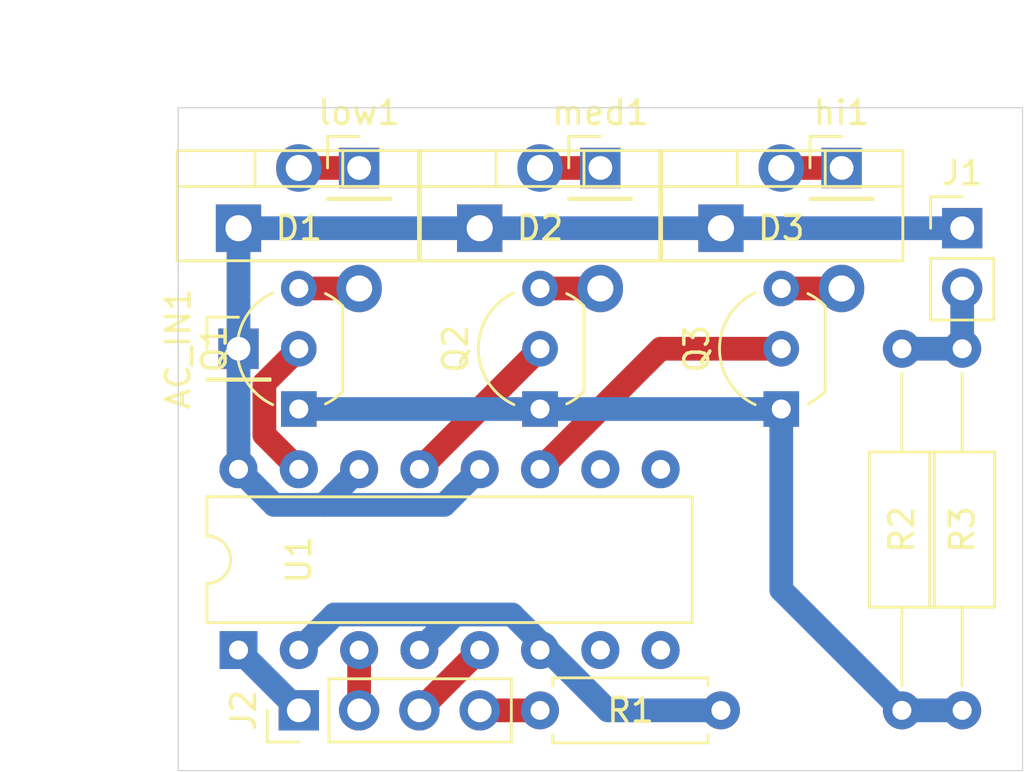
<source format=kicad_pcb>
(kicad_pcb (version 20171130) (host pcbnew 5.1.10)

  (general
    (thickness 1.6)
    (drawings 6)
    (tracks 36)
    (zones 0)
    (modules 16)
    (nets 18)
  )

  (page USLetter)
  (layers
    (0 F.Cu signal)
    (31 B.Cu signal)
    (32 B.Adhes user hide)
    (33 F.Adhes user hide)
    (34 B.Paste user hide)
    (35 F.Paste user hide)
    (36 B.SilkS user hide)
    (37 F.SilkS user)
    (38 B.Mask user hide)
    (39 F.Mask user hide)
    (40 Dwgs.User user)
    (41 Cmts.User user hide)
    (42 Eco1.User user hide)
    (43 Eco2.User user hide)
    (44 Edge.Cuts user)
    (45 Margin user hide)
    (46 B.CrtYd user hide)
    (47 F.CrtYd user hide)
    (48 B.Fab user hide)
    (49 F.Fab user hide)
  )

  (setup
    (last_trace_width 1)
    (user_trace_width 1)
    (trace_clearance 0.2)
    (zone_clearance 0.508)
    (zone_45_only no)
    (trace_min 0.2)
    (via_size 0.8)
    (via_drill 0.4)
    (via_min_size 0.4)
    (via_min_drill 0.3)
    (uvia_size 0.3)
    (uvia_drill 0.1)
    (uvias_allowed no)
    (uvia_min_size 0.2)
    (uvia_min_drill 0.1)
    (edge_width 0.05)
    (segment_width 0.2)
    (pcb_text_width 0.3)
    (pcb_text_size 1.5 1.5)
    (mod_edge_width 0.12)
    (mod_text_size 1 1)
    (mod_text_width 0.15)
    (pad_size 1.524 1.524)
    (pad_drill 0.762)
    (pad_to_mask_clearance 0)
    (aux_axis_origin 0 0)
    (visible_elements FFFFFF7F)
    (pcbplotparams
      (layerselection 0x010fc_ffffffff)
      (usegerberextensions false)
      (usegerberattributes true)
      (usegerberadvancedattributes true)
      (creategerberjobfile true)
      (excludeedgelayer true)
      (linewidth 0.100000)
      (plotframeref false)
      (viasonmask false)
      (mode 1)
      (useauxorigin false)
      (hpglpennumber 1)
      (hpglpenspeed 20)
      (hpglpendiameter 15.000000)
      (psnegative false)
      (psa4output false)
      (plotreference true)
      (plotvalue true)
      (plotinvisibletext false)
      (padsonsilk false)
      (subtractmaskfromsilk false)
      (outputformat 4)
      (mirror false)
      (drillshape 0)
      (scaleselection 1)
      (outputdirectory ""))
  )

  (net 0 "")
  (net 1 "Net-(AC_IN1-Pad1)")
  (net 2 "Net-(D1-Pad3)")
  (net 3 "Net-(D1-Pad2)")
  (net 4 "Net-(D2-Pad3)")
  (net 5 "Net-(D2-Pad2)")
  (net 6 "Net-(D3-Pad3)")
  (net 7 "Net-(D3-Pad2)")
  (net 8 "Net-(J1-Pad2)")
  (net 9 "Net-(J2-Pad4)")
  (net 10 "Net-(J2-Pad3)")
  (net 11 "Net-(J2-Pad2)")
  (net 12 "Net-(J2-Pad1)")
  (net 13 "Net-(Q1-Pad1)")
  (net 14 "Net-(Q1-Pad2)")
  (net 15 "Net-(Q2-Pad2)")
  (net 16 "Net-(Q3-Pad2)")
  (net 17 "Net-(R1-Pad1)")

  (net_class Default "This is the default net class."
    (clearance 0.2)
    (trace_width 0.25)
    (via_dia 0.8)
    (via_drill 0.4)
    (uvia_dia 0.3)
    (uvia_drill 0.1)
    (add_net "Net-(AC_IN1-Pad1)")
    (add_net "Net-(D1-Pad2)")
    (add_net "Net-(D1-Pad3)")
    (add_net "Net-(D2-Pad2)")
    (add_net "Net-(D2-Pad3)")
    (add_net "Net-(D3-Pad2)")
    (add_net "Net-(D3-Pad3)")
    (add_net "Net-(J1-Pad2)")
    (add_net "Net-(J2-Pad1)")
    (add_net "Net-(J2-Pad2)")
    (add_net "Net-(J2-Pad3)")
    (add_net "Net-(J2-Pad4)")
    (add_net "Net-(Q1-Pad1)")
    (add_net "Net-(Q1-Pad2)")
    (add_net "Net-(Q2-Pad2)")
    (add_net "Net-(Q3-Pad2)")
    (add_net "Net-(R1-Pad1)")
  )

  (module fanspeed:TO-220-3_Offset (layer F.Cu) (tedit 6182D313) (tstamp 6182DAC4)
    (at 134.62 81.28)
    (descr "TO-220-3, Vertical, RM 2.54mm, see https://www.vishay.com/docs/66542/to-220-1.pdf")
    (tags "TO-220-3 Vertical RM 2.54mm")
    (path /6181848D)
    (fp_text reference D3 (at 2.54 0) (layer F.SilkS)
      (effects (font (size 1 1) (thickness 0.15)))
    )
    (fp_text value Q_TRIAC_A1A2G (at 2.54 2.5) (layer F.Fab)
      (effects (font (size 1 1) (thickness 0.15)))
    )
    (fp_text user %R (at 2.54 -4.27) (layer F.Fab)
      (effects (font (size 1 1) (thickness 0.15)))
    )
    (fp_line (start -2.46 -3.15) (end -2.46 1.25) (layer F.Fab) (width 0.1))
    (fp_line (start -2.46 1.25) (end 7.54 1.25) (layer F.Fab) (width 0.1))
    (fp_line (start 7.54 1.25) (end 7.54 -3.15) (layer F.Fab) (width 0.1))
    (fp_line (start 7.54 -3.15) (end -2.46 -3.15) (layer F.Fab) (width 0.1))
    (fp_line (start -2.46 -1.88) (end 7.54 -1.88) (layer F.Fab) (width 0.1))
    (fp_line (start 0.69 -3.15) (end 0.69 -1.88) (layer F.Fab) (width 0.1))
    (fp_line (start 4.39 -3.15) (end 4.39 -1.88) (layer F.Fab) (width 0.1))
    (fp_line (start -2.58 -3.27) (end 7.66 -3.27) (layer F.SilkS) (width 0.12))
    (fp_line (start -2.58 1.371) (end 7.66 1.371) (layer F.SilkS) (width 0.12))
    (fp_line (start -2.58 -3.27) (end -2.58 1.371) (layer F.SilkS) (width 0.12))
    (fp_line (start 7.66 -3.27) (end 7.66 1.371) (layer F.SilkS) (width 0.12))
    (fp_line (start -2.58 -1.76) (end 7.66 -1.76) (layer F.SilkS) (width 0.12))
    (fp_line (start 0.69 -3.27) (end 0.69 -1.76) (layer F.SilkS) (width 0.12))
    (fp_line (start 4.391 -3.27) (end 4.391 -1.76) (layer F.SilkS) (width 0.12))
    (fp_line (start -2.71 -3.4) (end -2.71 1.51) (layer F.CrtYd) (width 0.05))
    (fp_line (start -2.71 1.51) (end 7.79 1.51) (layer F.CrtYd) (width 0.05))
    (fp_line (start 7.79 1.51) (end 7.79 -3.4) (layer F.CrtYd) (width 0.05))
    (fp_line (start 7.79 -3.4) (end -2.71 -3.4) (layer F.CrtYd) (width 0.05))
    (pad 1 thru_hole rect (at 0 0) (size 1.905 2) (drill 1.1) (layers *.Cu *.Mask)
      (net 1 "Net-(AC_IN1-Pad1)"))
    (pad 2 thru_hole oval (at 2.54 -2.54) (size 1.905 2) (drill 1.1) (layers *.Cu *.Mask)
      (net 7 "Net-(D3-Pad2)"))
    (pad 3 thru_hole oval (at 5.08 2.54) (size 1.905 2) (drill 1.1) (layers *.Cu *.Mask)
      (net 6 "Net-(D3-Pad3)"))
    (model ${KISYS3DMOD}/Package_TO_SOT_THT.3dshapes/TO-220-3_Vertical.wrl
      (at (xyz 0 0 0))
      (scale (xyz 1 1 1))
      (rotate (xyz 0 0 0))
    )
  )

  (module fanspeed:TO-220-3_Offset (layer F.Cu) (tedit 6182D313) (tstamp 6182DAAA)
    (at 124.46 81.28)
    (descr "TO-220-3, Vertical, RM 2.54mm, see https://www.vishay.com/docs/66542/to-220-1.pdf")
    (tags "TO-220-3 Vertical RM 2.54mm")
    (path /61817D63)
    (fp_text reference D2 (at 2.54 0) (layer F.SilkS)
      (effects (font (size 1 1) (thickness 0.15)))
    )
    (fp_text value Q_TRIAC_A1A2G (at 2.54 2.5) (layer F.Fab)
      (effects (font (size 1 1) (thickness 0.15)))
    )
    (fp_text user %R (at 2.54 -4.27) (layer F.Fab)
      (effects (font (size 1 1) (thickness 0.15)))
    )
    (fp_line (start -2.46 -3.15) (end -2.46 1.25) (layer F.Fab) (width 0.1))
    (fp_line (start -2.46 1.25) (end 7.54 1.25) (layer F.Fab) (width 0.1))
    (fp_line (start 7.54 1.25) (end 7.54 -3.15) (layer F.Fab) (width 0.1))
    (fp_line (start 7.54 -3.15) (end -2.46 -3.15) (layer F.Fab) (width 0.1))
    (fp_line (start -2.46 -1.88) (end 7.54 -1.88) (layer F.Fab) (width 0.1))
    (fp_line (start 0.69 -3.15) (end 0.69 -1.88) (layer F.Fab) (width 0.1))
    (fp_line (start 4.39 -3.15) (end 4.39 -1.88) (layer F.Fab) (width 0.1))
    (fp_line (start -2.58 -3.27) (end 7.66 -3.27) (layer F.SilkS) (width 0.12))
    (fp_line (start -2.58 1.371) (end 7.66 1.371) (layer F.SilkS) (width 0.12))
    (fp_line (start -2.58 -3.27) (end -2.58 1.371) (layer F.SilkS) (width 0.12))
    (fp_line (start 7.66 -3.27) (end 7.66 1.371) (layer F.SilkS) (width 0.12))
    (fp_line (start -2.58 -1.76) (end 7.66 -1.76) (layer F.SilkS) (width 0.12))
    (fp_line (start 0.69 -3.27) (end 0.69 -1.76) (layer F.SilkS) (width 0.12))
    (fp_line (start 4.391 -3.27) (end 4.391 -1.76) (layer F.SilkS) (width 0.12))
    (fp_line (start -2.71 -3.4) (end -2.71 1.51) (layer F.CrtYd) (width 0.05))
    (fp_line (start -2.71 1.51) (end 7.79 1.51) (layer F.CrtYd) (width 0.05))
    (fp_line (start 7.79 1.51) (end 7.79 -3.4) (layer F.CrtYd) (width 0.05))
    (fp_line (start 7.79 -3.4) (end -2.71 -3.4) (layer F.CrtYd) (width 0.05))
    (pad 1 thru_hole rect (at 0 0) (size 1.905 2) (drill 1.1) (layers *.Cu *.Mask)
      (net 1 "Net-(AC_IN1-Pad1)"))
    (pad 2 thru_hole oval (at 2.54 -2.54) (size 1.905 2) (drill 1.1) (layers *.Cu *.Mask)
      (net 5 "Net-(D2-Pad2)"))
    (pad 3 thru_hole oval (at 5.08 2.54) (size 1.905 2) (drill 1.1) (layers *.Cu *.Mask)
      (net 4 "Net-(D2-Pad3)"))
    (model ${KISYS3DMOD}/Package_TO_SOT_THT.3dshapes/TO-220-3_Vertical.wrl
      (at (xyz 0 0 0))
      (scale (xyz 1 1 1))
      (rotate (xyz 0 0 0))
    )
  )

  (module fanspeed:TO-220-3_Offset (layer F.Cu) (tedit 6182D313) (tstamp 6182DA90)
    (at 114.3 81.28)
    (descr "TO-220-3, Vertical, RM 2.54mm, see https://www.vishay.com/docs/66542/to-220-1.pdf")
    (tags "TO-220-3 Vertical RM 2.54mm")
    (path /61817822)
    (fp_text reference D1 (at 2.54 0) (layer F.SilkS)
      (effects (font (size 1 1) (thickness 0.15)))
    )
    (fp_text value Q_TRIAC_A1A2G (at 2.54 2.5) (layer F.Fab)
      (effects (font (size 1 1) (thickness 0.15)))
    )
    (fp_text user %R (at 2.54 -4.27) (layer F.Fab)
      (effects (font (size 1 1) (thickness 0.15)))
    )
    (fp_line (start -2.46 -3.15) (end -2.46 1.25) (layer F.Fab) (width 0.1))
    (fp_line (start -2.46 1.25) (end 7.54 1.25) (layer F.Fab) (width 0.1))
    (fp_line (start 7.54 1.25) (end 7.54 -3.15) (layer F.Fab) (width 0.1))
    (fp_line (start 7.54 -3.15) (end -2.46 -3.15) (layer F.Fab) (width 0.1))
    (fp_line (start -2.46 -1.88) (end 7.54 -1.88) (layer F.Fab) (width 0.1))
    (fp_line (start 0.69 -3.15) (end 0.69 -1.88) (layer F.Fab) (width 0.1))
    (fp_line (start 4.39 -3.15) (end 4.39 -1.88) (layer F.Fab) (width 0.1))
    (fp_line (start -2.58 -3.27) (end 7.66 -3.27) (layer F.SilkS) (width 0.12))
    (fp_line (start -2.58 1.371) (end 7.66 1.371) (layer F.SilkS) (width 0.12))
    (fp_line (start -2.58 -3.27) (end -2.58 1.371) (layer F.SilkS) (width 0.12))
    (fp_line (start 7.66 -3.27) (end 7.66 1.371) (layer F.SilkS) (width 0.12))
    (fp_line (start -2.58 -1.76) (end 7.66 -1.76) (layer F.SilkS) (width 0.12))
    (fp_line (start 0.69 -3.27) (end 0.69 -1.76) (layer F.SilkS) (width 0.12))
    (fp_line (start 4.391 -3.27) (end 4.391 -1.76) (layer F.SilkS) (width 0.12))
    (fp_line (start -2.71 -3.4) (end -2.71 1.51) (layer F.CrtYd) (width 0.05))
    (fp_line (start -2.71 1.51) (end 7.79 1.51) (layer F.CrtYd) (width 0.05))
    (fp_line (start 7.79 1.51) (end 7.79 -3.4) (layer F.CrtYd) (width 0.05))
    (fp_line (start 7.79 -3.4) (end -2.71 -3.4) (layer F.CrtYd) (width 0.05))
    (pad 1 thru_hole rect (at 0 0) (size 1.905 2) (drill 1.1) (layers *.Cu *.Mask)
      (net 1 "Net-(AC_IN1-Pad1)"))
    (pad 2 thru_hole oval (at 2.54 -2.54) (size 1.905 2) (drill 1.1) (layers *.Cu *.Mask)
      (net 3 "Net-(D1-Pad2)"))
    (pad 3 thru_hole oval (at 5.08 2.54) (size 1.905 2) (drill 1.1) (layers *.Cu *.Mask)
      (net 2 "Net-(D1-Pad3)"))
    (model ${KISYS3DMOD}/Package_TO_SOT_THT.3dshapes/TO-220-3_Vertical.wrl
      (at (xyz 0 0 0))
      (scale (xyz 1 1 1))
      (rotate (xyz 0 0 0))
    )
  )

  (module Package_DIP:DIP-16_W7.62mm (layer F.Cu) (tedit 5A02E8C5) (tstamp 61876C0B)
    (at 114.3 99.06 90)
    (descr "16-lead though-hole mounted DIP package, row spacing 7.62 mm (300 mils)")
    (tags "THT DIP DIL PDIP 2.54mm 7.62mm 300mil")
    (path /6181C7BD)
    (fp_text reference U1 (at 3.81 2.54 90) (layer F.SilkS)
      (effects (font (size 1 1) (thickness 0.15)))
    )
    (fp_text value PC847 (at 3.81 20.11 90) (layer F.Fab)
      (effects (font (size 1 1) (thickness 0.15)))
    )
    (fp_text user %R (at 3.81 8.89 90) (layer F.Fab)
      (effects (font (size 1 1) (thickness 0.15)))
    )
    (fp_arc (start 3.81 -1.33) (end 2.81 -1.33) (angle -180) (layer F.SilkS) (width 0.12))
    (fp_line (start 1.635 -1.27) (end 6.985 -1.27) (layer F.Fab) (width 0.1))
    (fp_line (start 6.985 -1.27) (end 6.985 19.05) (layer F.Fab) (width 0.1))
    (fp_line (start 6.985 19.05) (end 0.635 19.05) (layer F.Fab) (width 0.1))
    (fp_line (start 0.635 19.05) (end 0.635 -0.27) (layer F.Fab) (width 0.1))
    (fp_line (start 0.635 -0.27) (end 1.635 -1.27) (layer F.Fab) (width 0.1))
    (fp_line (start 2.81 -1.33) (end 1.16 -1.33) (layer F.SilkS) (width 0.12))
    (fp_line (start 1.16 -1.33) (end 1.16 19.11) (layer F.SilkS) (width 0.12))
    (fp_line (start 1.16 19.11) (end 6.46 19.11) (layer F.SilkS) (width 0.12))
    (fp_line (start 6.46 19.11) (end 6.46 -1.33) (layer F.SilkS) (width 0.12))
    (fp_line (start 6.46 -1.33) (end 4.81 -1.33) (layer F.SilkS) (width 0.12))
    (fp_line (start -1.1 -1.55) (end -1.1 19.3) (layer F.CrtYd) (width 0.05))
    (fp_line (start -1.1 19.3) (end 8.7 19.3) (layer F.CrtYd) (width 0.05))
    (fp_line (start 8.7 19.3) (end 8.7 -1.55) (layer F.CrtYd) (width 0.05))
    (fp_line (start 8.7 -1.55) (end -1.1 -1.55) (layer F.CrtYd) (width 0.05))
    (pad 16 thru_hole oval (at 7.62 0 90) (size 1.6 1.6) (drill 0.8) (layers *.Cu *.Mask)
      (net 1 "Net-(AC_IN1-Pad1)"))
    (pad 8 thru_hole oval (at 0 17.78 90) (size 1.6 1.6) (drill 0.8) (layers *.Cu *.Mask))
    (pad 15 thru_hole oval (at 7.62 2.54 90) (size 1.6 1.6) (drill 0.8) (layers *.Cu *.Mask)
      (net 14 "Net-(Q1-Pad2)"))
    (pad 7 thru_hole oval (at 0 15.24 90) (size 1.6 1.6) (drill 0.8) (layers *.Cu *.Mask))
    (pad 14 thru_hole oval (at 7.62 5.08 90) (size 1.6 1.6) (drill 0.8) (layers *.Cu *.Mask)
      (net 1 "Net-(AC_IN1-Pad1)"))
    (pad 6 thru_hole oval (at 0 12.7 90) (size 1.6 1.6) (drill 0.8) (layers *.Cu *.Mask)
      (net 17 "Net-(R1-Pad1)"))
    (pad 13 thru_hole oval (at 7.62 7.62 90) (size 1.6 1.6) (drill 0.8) (layers *.Cu *.Mask)
      (net 15 "Net-(Q2-Pad2)"))
    (pad 5 thru_hole oval (at 0 10.16 90) (size 1.6 1.6) (drill 0.8) (layers *.Cu *.Mask)
      (net 10 "Net-(J2-Pad3)"))
    (pad 12 thru_hole oval (at 7.62 10.16 90) (size 1.6 1.6) (drill 0.8) (layers *.Cu *.Mask)
      (net 1 "Net-(AC_IN1-Pad1)"))
    (pad 4 thru_hole oval (at 0 7.62 90) (size 1.6 1.6) (drill 0.8) (layers *.Cu *.Mask)
      (net 17 "Net-(R1-Pad1)"))
    (pad 11 thru_hole oval (at 7.62 12.7 90) (size 1.6 1.6) (drill 0.8) (layers *.Cu *.Mask)
      (net 16 "Net-(Q3-Pad2)"))
    (pad 3 thru_hole oval (at 0 5.08 90) (size 1.6 1.6) (drill 0.8) (layers *.Cu *.Mask)
      (net 11 "Net-(J2-Pad2)"))
    (pad 10 thru_hole oval (at 7.62 15.24 90) (size 1.6 1.6) (drill 0.8) (layers *.Cu *.Mask))
    (pad 2 thru_hole oval (at 0 2.54 90) (size 1.6 1.6) (drill 0.8) (layers *.Cu *.Mask)
      (net 17 "Net-(R1-Pad1)"))
    (pad 9 thru_hole oval (at 7.62 17.78 90) (size 1.6 1.6) (drill 0.8) (layers *.Cu *.Mask))
    (pad 1 thru_hole rect (at 0 0 90) (size 1.6 1.6) (drill 0.8) (layers *.Cu *.Mask)
      (net 12 "Net-(J2-Pad1)"))
    (model ${KISYS3DMOD}/Package_DIP.3dshapes/DIP-16_W7.62mm.wrl
      (at (xyz 0 0 0))
      (scale (xyz 1 1 1))
      (rotate (xyz 0 0 0))
    )
  )

  (module Resistor_THT:R_Axial_DIN0207_L6.3mm_D2.5mm_P15.24mm_Horizontal (layer F.Cu) (tedit 5AE5139B) (tstamp 61833674)
    (at 144.78 101.6 90)
    (descr "Resistor, Axial_DIN0207 series, Axial, Horizontal, pin pitch=15.24mm, 0.25W = 1/4W, length*diameter=6.3*2.5mm^2, http://cdn-reichelt.de/documents/datenblatt/B400/1_4W%23YAG.pdf")
    (tags "Resistor Axial_DIN0207 series Axial Horizontal pin pitch 15.24mm 0.25W = 1/4W length 6.3mm diameter 2.5mm")
    (path /61829A11)
    (fp_text reference R3 (at 7.62 0 90) (layer F.SilkS)
      (effects (font (size 1 1) (thickness 0.15)))
    )
    (fp_text value 120 (at 7.62 2.37 90) (layer F.Fab)
      (effects (font (size 1 1) (thickness 0.15)))
    )
    (fp_text user %R (at 7.62 0 90) (layer F.Fab)
      (effects (font (size 1 1) (thickness 0.15)))
    )
    (fp_line (start 4.47 -1.25) (end 4.47 1.25) (layer F.Fab) (width 0.1))
    (fp_line (start 4.47 1.25) (end 10.77 1.25) (layer F.Fab) (width 0.1))
    (fp_line (start 10.77 1.25) (end 10.77 -1.25) (layer F.Fab) (width 0.1))
    (fp_line (start 10.77 -1.25) (end 4.47 -1.25) (layer F.Fab) (width 0.1))
    (fp_line (start 0 0) (end 4.47 0) (layer F.Fab) (width 0.1))
    (fp_line (start 15.24 0) (end 10.77 0) (layer F.Fab) (width 0.1))
    (fp_line (start 4.35 -1.37) (end 4.35 1.37) (layer F.SilkS) (width 0.12))
    (fp_line (start 4.35 1.37) (end 10.89 1.37) (layer F.SilkS) (width 0.12))
    (fp_line (start 10.89 1.37) (end 10.89 -1.37) (layer F.SilkS) (width 0.12))
    (fp_line (start 10.89 -1.37) (end 4.35 -1.37) (layer F.SilkS) (width 0.12))
    (fp_line (start 1.04 0) (end 4.35 0) (layer F.SilkS) (width 0.12))
    (fp_line (start 14.2 0) (end 10.89 0) (layer F.SilkS) (width 0.12))
    (fp_line (start -1.05 -1.5) (end -1.05 1.5) (layer F.CrtYd) (width 0.05))
    (fp_line (start -1.05 1.5) (end 16.29 1.5) (layer F.CrtYd) (width 0.05))
    (fp_line (start 16.29 1.5) (end 16.29 -1.5) (layer F.CrtYd) (width 0.05))
    (fp_line (start 16.29 -1.5) (end -1.05 -1.5) (layer F.CrtYd) (width 0.05))
    (pad 2 thru_hole oval (at 15.24 0 90) (size 1.6 1.6) (drill 0.8) (layers *.Cu *.Mask)
      (net 8 "Net-(J1-Pad2)"))
    (pad 1 thru_hole circle (at 0 0 90) (size 1.6 1.6) (drill 0.8) (layers *.Cu *.Mask)
      (net 13 "Net-(Q1-Pad1)"))
    (model ${KISYS3DMOD}/Resistor_THT.3dshapes/R_Axial_DIN0207_L6.3mm_D2.5mm_P15.24mm_Horizontal.wrl
      (at (xyz 0 0 0))
      (scale (xyz 1 1 1))
      (rotate (xyz 0 0 0))
    )
  )

  (module Resistor_THT:R_Axial_DIN0207_L6.3mm_D2.5mm_P15.24mm_Horizontal (layer F.Cu) (tedit 5AE5139B) (tstamp 61876D1A)
    (at 142.24 101.6 90)
    (descr "Resistor, Axial_DIN0207 series, Axial, Horizontal, pin pitch=15.24mm, 0.25W = 1/4W, length*diameter=6.3*2.5mm^2, http://cdn-reichelt.de/documents/datenblatt/B400/1_4W%23YAG.pdf")
    (tags "Resistor Axial_DIN0207 series Axial Horizontal pin pitch 15.24mm 0.25W = 1/4W length 6.3mm diameter 2.5mm")
    (path /61843B76)
    (fp_text reference R2 (at 7.62 0 90) (layer F.SilkS)
      (effects (font (size 1 1) (thickness 0.15)))
    )
    (fp_text value 120 (at 7.62 2.37 90) (layer F.Fab)
      (effects (font (size 1 1) (thickness 0.15)))
    )
    (fp_text user %R (at 7.62 0 90) (layer F.Fab)
      (effects (font (size 1 1) (thickness 0.15)))
    )
    (fp_line (start 4.47 -1.25) (end 4.47 1.25) (layer F.Fab) (width 0.1))
    (fp_line (start 4.47 1.25) (end 10.77 1.25) (layer F.Fab) (width 0.1))
    (fp_line (start 10.77 1.25) (end 10.77 -1.25) (layer F.Fab) (width 0.1))
    (fp_line (start 10.77 -1.25) (end 4.47 -1.25) (layer F.Fab) (width 0.1))
    (fp_line (start 0 0) (end 4.47 0) (layer F.Fab) (width 0.1))
    (fp_line (start 15.24 0) (end 10.77 0) (layer F.Fab) (width 0.1))
    (fp_line (start 4.35 -1.37) (end 4.35 1.37) (layer F.SilkS) (width 0.12))
    (fp_line (start 4.35 1.37) (end 10.89 1.37) (layer F.SilkS) (width 0.12))
    (fp_line (start 10.89 1.37) (end 10.89 -1.37) (layer F.SilkS) (width 0.12))
    (fp_line (start 10.89 -1.37) (end 4.35 -1.37) (layer F.SilkS) (width 0.12))
    (fp_line (start 1.04 0) (end 4.35 0) (layer F.SilkS) (width 0.12))
    (fp_line (start 14.2 0) (end 10.89 0) (layer F.SilkS) (width 0.12))
    (fp_line (start -1.05 -1.5) (end -1.05 1.5) (layer F.CrtYd) (width 0.05))
    (fp_line (start -1.05 1.5) (end 16.29 1.5) (layer F.CrtYd) (width 0.05))
    (fp_line (start 16.29 1.5) (end 16.29 -1.5) (layer F.CrtYd) (width 0.05))
    (fp_line (start 16.29 -1.5) (end -1.05 -1.5) (layer F.CrtYd) (width 0.05))
    (pad 2 thru_hole oval (at 15.24 0 90) (size 1.6 1.6) (drill 0.8) (layers *.Cu *.Mask)
      (net 8 "Net-(J1-Pad2)"))
    (pad 1 thru_hole circle (at 0 0 90) (size 1.6 1.6) (drill 0.8) (layers *.Cu *.Mask)
      (net 13 "Net-(Q1-Pad1)"))
    (model ${KISYS3DMOD}/Resistor_THT.3dshapes/R_Axial_DIN0207_L6.3mm_D2.5mm_P15.24mm_Horizontal.wrl
      (at (xyz 0 0 0))
      (scale (xyz 1 1 1))
      (rotate (xyz 0 0 0))
    )
  )

  (module Resistor_THT:R_Axial_DIN0207_L6.3mm_D2.5mm_P7.62mm_Horizontal (layer F.Cu) (tedit 5AE5139B) (tstamp 6182DB84)
    (at 134.62 101.6 180)
    (descr "Resistor, Axial_DIN0207 series, Axial, Horizontal, pin pitch=7.62mm, 0.25W = 1/4W, length*diameter=6.3*2.5mm^2, http://cdn-reichelt.de/documents/datenblatt/B400/1_4W%23YAG.pdf")
    (tags "Resistor Axial_DIN0207 series Axial Horizontal pin pitch 7.62mm 0.25W = 1/4W length 6.3mm diameter 2.5mm")
    (path /61824C71)
    (fp_text reference R1 (at 3.81 0) (layer F.SilkS)
      (effects (font (size 1 1) (thickness 0.15)))
    )
    (fp_text value 2.2k (at 3.81 2.37) (layer F.Fab)
      (effects (font (size 1 1) (thickness 0.15)))
    )
    (fp_text user %R (at 3.81 0) (layer F.Fab)
      (effects (font (size 1 1) (thickness 0.15)))
    )
    (fp_line (start 0.66 -1.25) (end 0.66 1.25) (layer F.Fab) (width 0.1))
    (fp_line (start 0.66 1.25) (end 6.96 1.25) (layer F.Fab) (width 0.1))
    (fp_line (start 6.96 1.25) (end 6.96 -1.25) (layer F.Fab) (width 0.1))
    (fp_line (start 6.96 -1.25) (end 0.66 -1.25) (layer F.Fab) (width 0.1))
    (fp_line (start 0 0) (end 0.66 0) (layer F.Fab) (width 0.1))
    (fp_line (start 7.62 0) (end 6.96 0) (layer F.Fab) (width 0.1))
    (fp_line (start 0.54 -1.04) (end 0.54 -1.37) (layer F.SilkS) (width 0.12))
    (fp_line (start 0.54 -1.37) (end 7.08 -1.37) (layer F.SilkS) (width 0.12))
    (fp_line (start 7.08 -1.37) (end 7.08 -1.04) (layer F.SilkS) (width 0.12))
    (fp_line (start 0.54 1.04) (end 0.54 1.37) (layer F.SilkS) (width 0.12))
    (fp_line (start 0.54 1.37) (end 7.08 1.37) (layer F.SilkS) (width 0.12))
    (fp_line (start 7.08 1.37) (end 7.08 1.04) (layer F.SilkS) (width 0.12))
    (fp_line (start -1.05 -1.5) (end -1.05 1.5) (layer F.CrtYd) (width 0.05))
    (fp_line (start -1.05 1.5) (end 8.67 1.5) (layer F.CrtYd) (width 0.05))
    (fp_line (start 8.67 1.5) (end 8.67 -1.5) (layer F.CrtYd) (width 0.05))
    (fp_line (start 8.67 -1.5) (end -1.05 -1.5) (layer F.CrtYd) (width 0.05))
    (pad 2 thru_hole oval (at 7.62 0 180) (size 1.6 1.6) (drill 0.8) (layers *.Cu *.Mask)
      (net 9 "Net-(J2-Pad4)"))
    (pad 1 thru_hole circle (at 0 0 180) (size 1.6 1.6) (drill 0.8) (layers *.Cu *.Mask)
      (net 17 "Net-(R1-Pad1)"))
    (model ${KISYS3DMOD}/Resistor_THT.3dshapes/R_Axial_DIN0207_L6.3mm_D2.5mm_P7.62mm_Horizontal.wrl
      (at (xyz 0 0 0))
      (scale (xyz 1 1 1))
      (rotate (xyz 0 0 0))
    )
  )

  (module Package_TO_SOT_THT:TO-92_Inline_Wide (layer F.Cu) (tedit 5A02FF81) (tstamp 6182DB6D)
    (at 137.16 88.9 90)
    (descr "TO-92 leads in-line, wide, drill 0.75mm (see NXP sot054_po.pdf)")
    (tags "to-92 sc-43 sc-43a sot54 PA33 transistor")
    (path /61838231)
    (fp_text reference Q3 (at 2.54 -3.56 90) (layer F.SilkS)
      (effects (font (size 1 1) (thickness 0.15)))
    )
    (fp_text value 2N3904 (at 2.54 2.79 90) (layer F.Fab)
      (effects (font (size 1 1) (thickness 0.15)))
    )
    (fp_arc (start 2.54 0) (end 4.34 1.85) (angle -20) (layer F.SilkS) (width 0.12))
    (fp_arc (start 2.54 0) (end 2.54 -2.48) (angle -135) (layer F.Fab) (width 0.1))
    (fp_arc (start 2.54 0) (end 2.54 -2.48) (angle 135) (layer F.Fab) (width 0.1))
    (fp_arc (start 2.54 0) (end 2.54 -2.6) (angle 65) (layer F.SilkS) (width 0.12))
    (fp_arc (start 2.54 0) (end 2.54 -2.6) (angle -65) (layer F.SilkS) (width 0.12))
    (fp_arc (start 2.54 0) (end 0.74 1.85) (angle 20) (layer F.SilkS) (width 0.12))
    (fp_text user %R (at 2.54 0 90) (layer F.Fab)
      (effects (font (size 1 1) (thickness 0.15)))
    )
    (fp_line (start 0.74 1.85) (end 4.34 1.85) (layer F.SilkS) (width 0.12))
    (fp_line (start 0.8 1.75) (end 4.3 1.75) (layer F.Fab) (width 0.1))
    (fp_line (start -1.01 -2.73) (end 6.09 -2.73) (layer F.CrtYd) (width 0.05))
    (fp_line (start -1.01 -2.73) (end -1.01 2.01) (layer F.CrtYd) (width 0.05))
    (fp_line (start 6.09 2.01) (end 6.09 -2.73) (layer F.CrtYd) (width 0.05))
    (fp_line (start 6.09 2.01) (end -1.01 2.01) (layer F.CrtYd) (width 0.05))
    (pad 1 thru_hole rect (at 0 0 90) (size 1.5 1.5) (drill 0.8) (layers *.Cu *.Mask)
      (net 13 "Net-(Q1-Pad1)"))
    (pad 3 thru_hole circle (at 5.08 0 90) (size 1.5 1.5) (drill 0.8) (layers *.Cu *.Mask)
      (net 6 "Net-(D3-Pad3)"))
    (pad 2 thru_hole circle (at 2.54 0 90) (size 1.5 1.5) (drill 0.8) (layers *.Cu *.Mask)
      (net 16 "Net-(Q3-Pad2)"))
    (model ${KISYS3DMOD}/Package_TO_SOT_THT.3dshapes/TO-92_Inline_Wide.wrl
      (at (xyz 0 0 0))
      (scale (xyz 1 1 1))
      (rotate (xyz 0 0 0))
    )
  )

  (module Package_TO_SOT_THT:TO-92_Inline_Wide (layer F.Cu) (tedit 5A02FF81) (tstamp 6182DB59)
    (at 127 88.9 90)
    (descr "TO-92 leads in-line, wide, drill 0.75mm (see NXP sot054_po.pdf)")
    (tags "to-92 sc-43 sc-43a sot54 PA33 transistor")
    (path /6183756F)
    (fp_text reference Q2 (at 2.54 -3.56 90) (layer F.SilkS)
      (effects (font (size 1 1) (thickness 0.15)))
    )
    (fp_text value 2N3904 (at 2.54 2.79 90) (layer F.Fab)
      (effects (font (size 1 1) (thickness 0.15)))
    )
    (fp_arc (start 2.54 0) (end 4.34 1.85) (angle -20) (layer F.SilkS) (width 0.12))
    (fp_arc (start 2.54 0) (end 2.54 -2.48) (angle -135) (layer F.Fab) (width 0.1))
    (fp_arc (start 2.54 0) (end 2.54 -2.48) (angle 135) (layer F.Fab) (width 0.1))
    (fp_arc (start 2.54 0) (end 2.54 -2.6) (angle 65) (layer F.SilkS) (width 0.12))
    (fp_arc (start 2.54 0) (end 2.54 -2.6) (angle -65) (layer F.SilkS) (width 0.12))
    (fp_arc (start 2.54 0) (end 0.74 1.85) (angle 20) (layer F.SilkS) (width 0.12))
    (fp_text user %R (at 2.54 0 90) (layer F.Fab)
      (effects (font (size 1 1) (thickness 0.15)))
    )
    (fp_line (start 0.74 1.85) (end 4.34 1.85) (layer F.SilkS) (width 0.12))
    (fp_line (start 0.8 1.75) (end 4.3 1.75) (layer F.Fab) (width 0.1))
    (fp_line (start -1.01 -2.73) (end 6.09 -2.73) (layer F.CrtYd) (width 0.05))
    (fp_line (start -1.01 -2.73) (end -1.01 2.01) (layer F.CrtYd) (width 0.05))
    (fp_line (start 6.09 2.01) (end 6.09 -2.73) (layer F.CrtYd) (width 0.05))
    (fp_line (start 6.09 2.01) (end -1.01 2.01) (layer F.CrtYd) (width 0.05))
    (pad 1 thru_hole rect (at 0 0 90) (size 1.5 1.5) (drill 0.8) (layers *.Cu *.Mask)
      (net 13 "Net-(Q1-Pad1)"))
    (pad 3 thru_hole circle (at 5.08 0 90) (size 1.5 1.5) (drill 0.8) (layers *.Cu *.Mask)
      (net 4 "Net-(D2-Pad3)"))
    (pad 2 thru_hole circle (at 2.54 0 90) (size 1.5 1.5) (drill 0.8) (layers *.Cu *.Mask)
      (net 15 "Net-(Q2-Pad2)"))
    (model ${KISYS3DMOD}/Package_TO_SOT_THT.3dshapes/TO-92_Inline_Wide.wrl
      (at (xyz 0 0 0))
      (scale (xyz 1 1 1))
      (rotate (xyz 0 0 0))
    )
  )

  (module Package_TO_SOT_THT:TO-92_Inline_Wide (layer F.Cu) (tedit 5A02FF81) (tstamp 6182DB45)
    (at 116.84 88.9 90)
    (descr "TO-92 leads in-line, wide, drill 0.75mm (see NXP sot054_po.pdf)")
    (tags "to-92 sc-43 sc-43a sot54 PA33 transistor")
    (path /618281AA)
    (fp_text reference Q1 (at 2.54 -3.56 90) (layer F.SilkS)
      (effects (font (size 1 1) (thickness 0.15)))
    )
    (fp_text value 2N3904 (at 2.54 2.79 90) (layer F.Fab)
      (effects (font (size 1 1) (thickness 0.15)))
    )
    (fp_arc (start 2.54 0) (end 4.34 1.85) (angle -20) (layer F.SilkS) (width 0.12))
    (fp_arc (start 2.54 0) (end 2.54 -2.48) (angle -135) (layer F.Fab) (width 0.1))
    (fp_arc (start 2.54 0) (end 2.54 -2.48) (angle 135) (layer F.Fab) (width 0.1))
    (fp_arc (start 2.54 0) (end 2.54 -2.6) (angle 65) (layer F.SilkS) (width 0.12))
    (fp_arc (start 2.54 0) (end 2.54 -2.6) (angle -65) (layer F.SilkS) (width 0.12))
    (fp_arc (start 2.54 0) (end 0.74 1.85) (angle 20) (layer F.SilkS) (width 0.12))
    (fp_text user %R (at 2.54 0 90) (layer F.Fab)
      (effects (font (size 1 1) (thickness 0.15)))
    )
    (fp_line (start 0.74 1.85) (end 4.34 1.85) (layer F.SilkS) (width 0.12))
    (fp_line (start 0.8 1.75) (end 4.3 1.75) (layer F.Fab) (width 0.1))
    (fp_line (start -1.01 -2.73) (end 6.09 -2.73) (layer F.CrtYd) (width 0.05))
    (fp_line (start -1.01 -2.73) (end -1.01 2.01) (layer F.CrtYd) (width 0.05))
    (fp_line (start 6.09 2.01) (end 6.09 -2.73) (layer F.CrtYd) (width 0.05))
    (fp_line (start 6.09 2.01) (end -1.01 2.01) (layer F.CrtYd) (width 0.05))
    (pad 1 thru_hole rect (at 0 0 90) (size 1.5 1.5) (drill 0.8) (layers *.Cu *.Mask)
      (net 13 "Net-(Q1-Pad1)"))
    (pad 3 thru_hole circle (at 5.08 0 90) (size 1.5 1.5) (drill 0.8) (layers *.Cu *.Mask)
      (net 2 "Net-(D1-Pad3)"))
    (pad 2 thru_hole circle (at 2.54 0 90) (size 1.5 1.5) (drill 0.8) (layers *.Cu *.Mask)
      (net 14 "Net-(Q1-Pad2)"))
    (model ${KISYS3DMOD}/Package_TO_SOT_THT.3dshapes/TO-92_Inline_Wide.wrl
      (at (xyz 0 0 0))
      (scale (xyz 1 1 1))
      (rotate (xyz 0 0 0))
    )
  )

  (module Connector_PinHeader_2.54mm:PinHeader_1x01_P2.54mm_Vertical (layer F.Cu) (tedit 59FED5CC) (tstamp 6182DB31)
    (at 129.54 78.74)
    (descr "Through hole straight pin header, 1x01, 2.54mm pitch, single row")
    (tags "Through hole pin header THT 1x01 2.54mm single row")
    (path /61819FEC)
    (fp_text reference med1 (at 0 -2.33) (layer F.SilkS)
      (effects (font (size 1 1) (thickness 0.15)))
    )
    (fp_text value Conn_01x01_Female (at 0 2.33) (layer F.Fab)
      (effects (font (size 1 1) (thickness 0.15)))
    )
    (fp_text user %R (at 0 0 90) (layer F.Fab)
      (effects (font (size 1 1) (thickness 0.15)))
    )
    (fp_line (start -0.635 -1.27) (end 1.27 -1.27) (layer F.Fab) (width 0.1))
    (fp_line (start 1.27 -1.27) (end 1.27 1.27) (layer F.Fab) (width 0.1))
    (fp_line (start 1.27 1.27) (end -1.27 1.27) (layer F.Fab) (width 0.1))
    (fp_line (start -1.27 1.27) (end -1.27 -0.635) (layer F.Fab) (width 0.1))
    (fp_line (start -1.27 -0.635) (end -0.635 -1.27) (layer F.Fab) (width 0.1))
    (fp_line (start -1.33 1.33) (end 1.33 1.33) (layer F.SilkS) (width 0.12))
    (fp_line (start -1.33 1.27) (end -1.33 1.33) (layer F.SilkS) (width 0.12))
    (fp_line (start 1.33 1.27) (end 1.33 1.33) (layer F.SilkS) (width 0.12))
    (fp_line (start -1.33 1.27) (end 1.33 1.27) (layer F.SilkS) (width 0.12))
    (fp_line (start -1.33 0) (end -1.33 -1.33) (layer F.SilkS) (width 0.12))
    (fp_line (start -1.33 -1.33) (end 0 -1.33) (layer F.SilkS) (width 0.12))
    (fp_line (start -1.8 -1.8) (end -1.8 1.8) (layer F.CrtYd) (width 0.05))
    (fp_line (start -1.8 1.8) (end 1.8 1.8) (layer F.CrtYd) (width 0.05))
    (fp_line (start 1.8 1.8) (end 1.8 -1.8) (layer F.CrtYd) (width 0.05))
    (fp_line (start 1.8 -1.8) (end -1.8 -1.8) (layer F.CrtYd) (width 0.05))
    (pad 1 thru_hole rect (at 0 0) (size 1.7 1.7) (drill 1) (layers *.Cu *.Mask)
      (net 5 "Net-(D2-Pad2)"))
    (model ${KISYS3DMOD}/Connector_PinHeader_2.54mm.3dshapes/PinHeader_1x01_P2.54mm_Vertical.wrl
      (at (xyz 0 0 0))
      (scale (xyz 1 1 1))
      (rotate (xyz 0 0 0))
    )
  )

  (module Connector_PinHeader_2.54mm:PinHeader_1x01_P2.54mm_Vertical (layer F.Cu) (tedit 59FED5CC) (tstamp 61833C6F)
    (at 119.38 78.74)
    (descr "Through hole straight pin header, 1x01, 2.54mm pitch, single row")
    (tags "Through hole pin header THT 1x01 2.54mm single row")
    (path /61818BCA)
    (fp_text reference low1 (at 0 -2.33) (layer F.SilkS)
      (effects (font (size 1 1) (thickness 0.15)))
    )
    (fp_text value Conn_01x01_Female (at 0 2.33) (layer F.Fab)
      (effects (font (size 1 1) (thickness 0.15)))
    )
    (fp_text user %R (at 0 0 90) (layer F.Fab)
      (effects (font (size 1 1) (thickness 0.15)))
    )
    (fp_line (start -0.635 -1.27) (end 1.27 -1.27) (layer F.Fab) (width 0.1))
    (fp_line (start 1.27 -1.27) (end 1.27 1.27) (layer F.Fab) (width 0.1))
    (fp_line (start 1.27 1.27) (end -1.27 1.27) (layer F.Fab) (width 0.1))
    (fp_line (start -1.27 1.27) (end -1.27 -0.635) (layer F.Fab) (width 0.1))
    (fp_line (start -1.27 -0.635) (end -0.635 -1.27) (layer F.Fab) (width 0.1))
    (fp_line (start -1.33 1.33) (end 1.33 1.33) (layer F.SilkS) (width 0.12))
    (fp_line (start -1.33 1.27) (end -1.33 1.33) (layer F.SilkS) (width 0.12))
    (fp_line (start 1.33 1.27) (end 1.33 1.33) (layer F.SilkS) (width 0.12))
    (fp_line (start -1.33 1.27) (end 1.33 1.27) (layer F.SilkS) (width 0.12))
    (fp_line (start -1.33 0) (end -1.33 -1.33) (layer F.SilkS) (width 0.12))
    (fp_line (start -1.33 -1.33) (end 0 -1.33) (layer F.SilkS) (width 0.12))
    (fp_line (start -1.8 -1.8) (end -1.8 1.8) (layer F.CrtYd) (width 0.05))
    (fp_line (start -1.8 1.8) (end 1.8 1.8) (layer F.CrtYd) (width 0.05))
    (fp_line (start 1.8 1.8) (end 1.8 -1.8) (layer F.CrtYd) (width 0.05))
    (fp_line (start 1.8 -1.8) (end -1.8 -1.8) (layer F.CrtYd) (width 0.05))
    (pad 1 thru_hole rect (at 0 0) (size 1.7 1.7) (drill 1) (layers *.Cu *.Mask)
      (net 3 "Net-(D1-Pad2)"))
    (model ${KISYS3DMOD}/Connector_PinHeader_2.54mm.3dshapes/PinHeader_1x01_P2.54mm_Vertical.wrl
      (at (xyz 0 0 0))
      (scale (xyz 1 1 1))
      (rotate (xyz 0 0 0))
    )
  )

  (module Connector_PinHeader_2.54mm:PinHeader_1x04_P2.54mm_Vertical (layer F.Cu) (tedit 59FED5CC) (tstamp 6182DB07)
    (at 116.84 101.6 90)
    (descr "Through hole straight pin header, 1x04, 2.54mm pitch, single row")
    (tags "Through hole pin header THT 1x04 2.54mm single row")
    (path /618203EF)
    (fp_text reference J2 (at 0 -2.33 90) (layer F.SilkS)
      (effects (font (size 1 1) (thickness 0.15)))
    )
    (fp_text value Conn_01x04_Female (at 0 9.95 90) (layer F.Fab)
      (effects (font (size 1 1) (thickness 0.15)))
    )
    (fp_text user %R (at 0 3.81) (layer F.Fab)
      (effects (font (size 1 1) (thickness 0.15)))
    )
    (fp_line (start -0.635 -1.27) (end 1.27 -1.27) (layer F.Fab) (width 0.1))
    (fp_line (start 1.27 -1.27) (end 1.27 8.89) (layer F.Fab) (width 0.1))
    (fp_line (start 1.27 8.89) (end -1.27 8.89) (layer F.Fab) (width 0.1))
    (fp_line (start -1.27 8.89) (end -1.27 -0.635) (layer F.Fab) (width 0.1))
    (fp_line (start -1.27 -0.635) (end -0.635 -1.27) (layer F.Fab) (width 0.1))
    (fp_line (start -1.33 8.95) (end 1.33 8.95) (layer F.SilkS) (width 0.12))
    (fp_line (start -1.33 1.27) (end -1.33 8.95) (layer F.SilkS) (width 0.12))
    (fp_line (start 1.33 1.27) (end 1.33 8.95) (layer F.SilkS) (width 0.12))
    (fp_line (start -1.33 1.27) (end 1.33 1.27) (layer F.SilkS) (width 0.12))
    (fp_line (start -1.33 0) (end -1.33 -1.33) (layer F.SilkS) (width 0.12))
    (fp_line (start -1.33 -1.33) (end 0 -1.33) (layer F.SilkS) (width 0.12))
    (fp_line (start -1.8 -1.8) (end -1.8 9.4) (layer F.CrtYd) (width 0.05))
    (fp_line (start -1.8 9.4) (end 1.8 9.4) (layer F.CrtYd) (width 0.05))
    (fp_line (start 1.8 9.4) (end 1.8 -1.8) (layer F.CrtYd) (width 0.05))
    (fp_line (start 1.8 -1.8) (end -1.8 -1.8) (layer F.CrtYd) (width 0.05))
    (pad 4 thru_hole oval (at 0 7.62 90) (size 1.7 1.7) (drill 1) (layers *.Cu *.Mask)
      (net 9 "Net-(J2-Pad4)"))
    (pad 3 thru_hole oval (at 0 5.08 90) (size 1.7 1.7) (drill 1) (layers *.Cu *.Mask)
      (net 10 "Net-(J2-Pad3)"))
    (pad 2 thru_hole oval (at 0 2.54 90) (size 1.7 1.7) (drill 1) (layers *.Cu *.Mask)
      (net 11 "Net-(J2-Pad2)"))
    (pad 1 thru_hole rect (at 0 0 90) (size 1.7 1.7) (drill 1) (layers *.Cu *.Mask)
      (net 12 "Net-(J2-Pad1)"))
    (model ${KISYS3DMOD}/Connector_PinHeader_2.54mm.3dshapes/PinHeader_1x04_P2.54mm_Vertical.wrl
      (at (xyz 0 0 0))
      (scale (xyz 1 1 1))
      (rotate (xyz 0 0 0))
    )
  )

  (module Connector_PinHeader_2.54mm:PinHeader_1x02_P2.54mm_Vertical (layer F.Cu) (tedit 59FED5CC) (tstamp 6182DAEF)
    (at 144.78 81.28)
    (descr "Through hole straight pin header, 1x02, 2.54mm pitch, single row")
    (tags "Through hole pin header THT 1x02 2.54mm single row")
    (path /61840010)
    (fp_text reference J1 (at 0 -2.33) (layer F.SilkS)
      (effects (font (size 1 1) (thickness 0.15)))
    )
    (fp_text value Conn_01x02_Female (at 0 4.87) (layer F.Fab)
      (effects (font (size 1 1) (thickness 0.15)))
    )
    (fp_text user %R (at 0 1.27 90) (layer F.Fab)
      (effects (font (size 1 1) (thickness 0.15)))
    )
    (fp_line (start -0.635 -1.27) (end 1.27 -1.27) (layer F.Fab) (width 0.1))
    (fp_line (start 1.27 -1.27) (end 1.27 3.81) (layer F.Fab) (width 0.1))
    (fp_line (start 1.27 3.81) (end -1.27 3.81) (layer F.Fab) (width 0.1))
    (fp_line (start -1.27 3.81) (end -1.27 -0.635) (layer F.Fab) (width 0.1))
    (fp_line (start -1.27 -0.635) (end -0.635 -1.27) (layer F.Fab) (width 0.1))
    (fp_line (start -1.33 3.87) (end 1.33 3.87) (layer F.SilkS) (width 0.12))
    (fp_line (start -1.33 1.27) (end -1.33 3.87) (layer F.SilkS) (width 0.12))
    (fp_line (start 1.33 1.27) (end 1.33 3.87) (layer F.SilkS) (width 0.12))
    (fp_line (start -1.33 1.27) (end 1.33 1.27) (layer F.SilkS) (width 0.12))
    (fp_line (start -1.33 0) (end -1.33 -1.33) (layer F.SilkS) (width 0.12))
    (fp_line (start -1.33 -1.33) (end 0 -1.33) (layer F.SilkS) (width 0.12))
    (fp_line (start -1.8 -1.8) (end -1.8 4.35) (layer F.CrtYd) (width 0.05))
    (fp_line (start -1.8 4.35) (end 1.8 4.35) (layer F.CrtYd) (width 0.05))
    (fp_line (start 1.8 4.35) (end 1.8 -1.8) (layer F.CrtYd) (width 0.05))
    (fp_line (start 1.8 -1.8) (end -1.8 -1.8) (layer F.CrtYd) (width 0.05))
    (pad 2 thru_hole oval (at 0 2.54) (size 1.7 1.7) (drill 1) (layers *.Cu *.Mask)
      (net 8 "Net-(J1-Pad2)"))
    (pad 1 thru_hole rect (at 0 0) (size 1.7 1.7) (drill 1) (layers *.Cu *.Mask)
      (net 1 "Net-(AC_IN1-Pad1)"))
    (model ${KISYS3DMOD}/Connector_PinHeader_2.54mm.3dshapes/PinHeader_1x02_P2.54mm_Vertical.wrl
      (at (xyz 0 0 0))
      (scale (xyz 1 1 1))
      (rotate (xyz 0 0 0))
    )
  )

  (module Connector_PinHeader_2.54mm:PinHeader_1x01_P2.54mm_Vertical (layer F.Cu) (tedit 59FED5CC) (tstamp 6182DAD9)
    (at 139.7 78.74)
    (descr "Through hole straight pin header, 1x01, 2.54mm pitch, single row")
    (tags "Through hole pin header THT 1x01 2.54mm single row")
    (path /6181A2CE)
    (fp_text reference hi1 (at 0 -2.33) (layer F.SilkS)
      (effects (font (size 1 1) (thickness 0.15)))
    )
    (fp_text value Conn_01x01_Female (at 0 2.33) (layer F.Fab)
      (effects (font (size 1 1) (thickness 0.15)))
    )
    (fp_text user %R (at 0 0 90) (layer F.Fab)
      (effects (font (size 1 1) (thickness 0.15)))
    )
    (fp_line (start -0.635 -1.27) (end 1.27 -1.27) (layer F.Fab) (width 0.1))
    (fp_line (start 1.27 -1.27) (end 1.27 1.27) (layer F.Fab) (width 0.1))
    (fp_line (start 1.27 1.27) (end -1.27 1.27) (layer F.Fab) (width 0.1))
    (fp_line (start -1.27 1.27) (end -1.27 -0.635) (layer F.Fab) (width 0.1))
    (fp_line (start -1.27 -0.635) (end -0.635 -1.27) (layer F.Fab) (width 0.1))
    (fp_line (start -1.33 1.33) (end 1.33 1.33) (layer F.SilkS) (width 0.12))
    (fp_line (start -1.33 1.27) (end -1.33 1.33) (layer F.SilkS) (width 0.12))
    (fp_line (start 1.33 1.27) (end 1.33 1.33) (layer F.SilkS) (width 0.12))
    (fp_line (start -1.33 1.27) (end 1.33 1.27) (layer F.SilkS) (width 0.12))
    (fp_line (start -1.33 0) (end -1.33 -1.33) (layer F.SilkS) (width 0.12))
    (fp_line (start -1.33 -1.33) (end 0 -1.33) (layer F.SilkS) (width 0.12))
    (fp_line (start -1.8 -1.8) (end -1.8 1.8) (layer F.CrtYd) (width 0.05))
    (fp_line (start -1.8 1.8) (end 1.8 1.8) (layer F.CrtYd) (width 0.05))
    (fp_line (start 1.8 1.8) (end 1.8 -1.8) (layer F.CrtYd) (width 0.05))
    (fp_line (start 1.8 -1.8) (end -1.8 -1.8) (layer F.CrtYd) (width 0.05))
    (pad 1 thru_hole rect (at 0 0) (size 1.7 1.7) (drill 1) (layers *.Cu *.Mask)
      (net 7 "Net-(D3-Pad2)"))
    (model ${KISYS3DMOD}/Connector_PinHeader_2.54mm.3dshapes/PinHeader_1x01_P2.54mm_Vertical.wrl
      (at (xyz 0 0 0))
      (scale (xyz 1 1 1))
      (rotate (xyz 0 0 0))
    )
  )

  (module Connector_PinHeader_2.54mm:PinHeader_1x01_P2.54mm_Vertical (layer F.Cu) (tedit 59FED5CC) (tstamp 61833A80)
    (at 114.3 86.36)
    (descr "Through hole straight pin header, 1x01, 2.54mm pitch, single row")
    (tags "Through hole pin header THT 1x01 2.54mm single row")
    (path /6181A54D)
    (fp_text reference AC_IN1 (at -2.54 0 90) (layer F.SilkS)
      (effects (font (size 1 1) (thickness 0.15)))
    )
    (fp_text value Conn_01x01_Female (at 0 2.33) (layer F.Fab)
      (effects (font (size 1 1) (thickness 0.15)))
    )
    (fp_text user %R (at 0 0 90) (layer F.Fab)
      (effects (font (size 1 1) (thickness 0.15)))
    )
    (fp_line (start -0.635 -1.27) (end 1.27 -1.27) (layer F.Fab) (width 0.1))
    (fp_line (start 1.27 -1.27) (end 1.27 1.27) (layer F.Fab) (width 0.1))
    (fp_line (start 1.27 1.27) (end -1.27 1.27) (layer F.Fab) (width 0.1))
    (fp_line (start -1.27 1.27) (end -1.27 -0.635) (layer F.Fab) (width 0.1))
    (fp_line (start -1.27 -0.635) (end -0.635 -1.27) (layer F.Fab) (width 0.1))
    (fp_line (start -1.33 1.33) (end 1.33 1.33) (layer F.SilkS) (width 0.12))
    (fp_line (start -1.33 1.27) (end -1.33 1.33) (layer F.SilkS) (width 0.12))
    (fp_line (start 1.33 1.27) (end 1.33 1.33) (layer F.SilkS) (width 0.12))
    (fp_line (start -1.33 1.27) (end 1.33 1.27) (layer F.SilkS) (width 0.12))
    (fp_line (start -1.33 0) (end -1.33 -1.33) (layer F.SilkS) (width 0.12))
    (fp_line (start -1.33 -1.33) (end 0 -1.33) (layer F.SilkS) (width 0.12))
    (fp_line (start -1.8 -1.8) (end -1.8 1.8) (layer F.CrtYd) (width 0.05))
    (fp_line (start -1.8 1.8) (end 1.8 1.8) (layer F.CrtYd) (width 0.05))
    (fp_line (start 1.8 1.8) (end 1.8 -1.8) (layer F.CrtYd) (width 0.05))
    (fp_line (start 1.8 -1.8) (end -1.8 -1.8) (layer F.CrtYd) (width 0.05))
    (pad 1 thru_hole rect (at 0 0) (size 1.7 1.7) (drill 1) (layers *.Cu *.Mask)
      (net 1 "Net-(AC_IN1-Pad1)"))
    (model ${KISYS3DMOD}/Connector_PinHeader_2.54mm.3dshapes/PinHeader_1x01_P2.54mm_Vertical.wrl
      (at (xyz 0 0 0))
      (scale (xyz 1 1 1))
      (rotate (xyz 0 0 0))
    )
  )

  (dimension 35.56 (width 0.15) (layer Dwgs.User)
    (gr_text "1.4000 in" (at 129.54 72.36) (layer Dwgs.User)
      (effects (font (size 1 1) (thickness 0.15)))
    )
    (feature1 (pts (xy 147.32 76.2) (xy 147.32 73.073579)))
    (feature2 (pts (xy 111.76 76.2) (xy 111.76 73.073579)))
    (crossbar (pts (xy 111.76 73.66) (xy 147.32 73.66)))
    (arrow1a (pts (xy 147.32 73.66) (xy 146.193496 74.246421)))
    (arrow1b (pts (xy 147.32 73.66) (xy 146.193496 73.073579)))
    (arrow2a (pts (xy 111.76 73.66) (xy 112.886504 74.246421)))
    (arrow2b (pts (xy 111.76 73.66) (xy 112.886504 73.073579)))
  )
  (gr_line (start 111.76 76.2) (end 147.32 76.2) (layer Edge.Cuts) (width 0.05) (tstamp 61876F44))
  (gr_line (start 147.32 104.14) (end 147.32 76.2) (layer Edge.Cuts) (width 0.05))
  (gr_line (start 111.76 104.14) (end 147.32 104.14) (layer Edge.Cuts) (width 0.05) (tstamp 61877016))
  (gr_line (start 111.76 76.2) (end 111.76 104.14) (layer Edge.Cuts) (width 0.05) (tstamp 61876FEB))
  (dimension 27.94 (width 0.15) (layer Dwgs.User)
    (gr_text "1.1000 in" (at 107.92 90.17 90) (layer Dwgs.User)
      (effects (font (size 1 1) (thickness 0.15)))
    )
    (feature1 (pts (xy 111.76 76.2) (xy 108.633579 76.2)))
    (feature2 (pts (xy 111.76 104.14) (xy 108.633579 104.14)))
    (crossbar (pts (xy 109.22 104.14) (xy 109.22 76.2)))
    (arrow1a (pts (xy 109.22 76.2) (xy 109.806421 77.326504)))
    (arrow1b (pts (xy 109.22 76.2) (xy 108.633579 77.326504)))
    (arrow2a (pts (xy 109.22 104.14) (xy 109.806421 103.013496)))
    (arrow2b (pts (xy 109.22 104.14) (xy 108.633579 103.013496)))
  )

  (segment (start 134.62 81.28) (end 114.3 81.28) (width 1) (layer B.Cu) (net 1))
  (segment (start 114.3 81.28) (end 114.3 91.44) (width 1) (layer B.Cu) (net 1))
  (segment (start 134.62 81.28) (end 144.78 81.28) (width 1) (layer B.Cu) (net 1))
  (segment (start 122.959999 92.940001) (end 124.46 91.44) (width 1) (layer B.Cu) (net 1))
  (segment (start 114.3 91.44) (end 115.800001 92.940001) (width 1) (layer B.Cu) (net 1))
  (segment (start 119.38 91.44) (end 117.879999 92.940001) (width 1) (layer B.Cu) (net 1))
  (segment (start 117.879999 92.940001) (end 122.959999 92.940001) (width 1) (layer B.Cu) (net 1))
  (segment (start 115.800001 92.940001) (end 117.879999 92.940001) (width 1) (layer B.Cu) (net 1))
  (segment (start 119.38 83.82) (end 116.84 83.82) (width 1) (layer F.Cu) (net 2))
  (segment (start 119.38 78.74) (end 116.84 78.74) (width 1) (layer F.Cu) (net 3))
  (segment (start 129.54 83.82) (end 127 83.82) (width 1) (layer F.Cu) (net 4))
  (segment (start 127 78.74) (end 129.54 78.74) (width 1) (layer F.Cu) (net 5))
  (segment (start 139.7 83.82) (end 137.16 83.82) (width 1) (layer F.Cu) (net 6))
  (segment (start 137.16 78.74) (end 139.7 78.74) (width 1) (layer F.Cu) (net 7))
  (segment (start 142.24 86.36) (end 144.78 86.36) (width 1) (layer B.Cu) (net 8))
  (segment (start 144.78 86.36) (end 144.78 83.82) (width 1) (layer B.Cu) (net 8))
  (segment (start 124.46 101.6) (end 127 101.6) (width 1) (layer F.Cu) (net 9))
  (segment (start 121.92 101.6) (end 124.46 99.06) (width 1) (layer F.Cu) (net 10))
  (segment (start 119.38 99.06) (end 119.38 101.6) (width 1) (layer F.Cu) (net 11))
  (segment (start 114.3 99.06) (end 116.84 101.6) (width 1) (layer B.Cu) (net 12))
  (segment (start 137.16 88.9) (end 116.84 88.9) (width 1) (layer B.Cu) (net 13))
  (segment (start 137.16 96.52) (end 142.24 101.6) (width 1) (layer B.Cu) (net 13))
  (segment (start 137.16 88.9) (end 137.16 96.52) (width 1) (layer B.Cu) (net 13))
  (segment (start 142.24 101.6) (end 144.78 101.6) (width 1) (layer B.Cu) (net 13))
  (segment (start 115.389999 89.989999) (end 116.84 91.44) (width 1) (layer F.Cu) (net 14))
  (segment (start 115.389999 87.810001) (end 115.389999 89.989999) (width 1) (layer F.Cu) (net 14))
  (segment (start 116.84 86.36) (end 115.389999 87.810001) (width 1) (layer F.Cu) (net 14))
  (segment (start 127 86.36) (end 121.92 91.44) (width 1) (layer F.Cu) (net 15))
  (segment (start 132.08 86.36) (end 127 91.44) (width 1) (layer F.Cu) (net 16))
  (segment (start 137.16 86.36) (end 132.08 86.36) (width 1) (layer F.Cu) (net 16))
  (segment (start 125.819997 97.559999) (end 129.859998 101.6) (width 1) (layer B.Cu) (net 17))
  (segment (start 116.84 99.06) (end 118.340001 97.559999) (width 1) (layer B.Cu) (net 17))
  (segment (start 129.859998 101.6) (end 134.62 101.6) (width 1) (layer B.Cu) (net 17))
  (segment (start 121.92 99.06) (end 123.420001 97.559999) (width 1) (layer B.Cu) (net 17))
  (segment (start 123.420001 97.559999) (end 125.819997 97.559999) (width 1) (layer B.Cu) (net 17))
  (segment (start 118.340001 97.559999) (end 123.420001 97.559999) (width 1) (layer B.Cu) (net 17))

)

</source>
